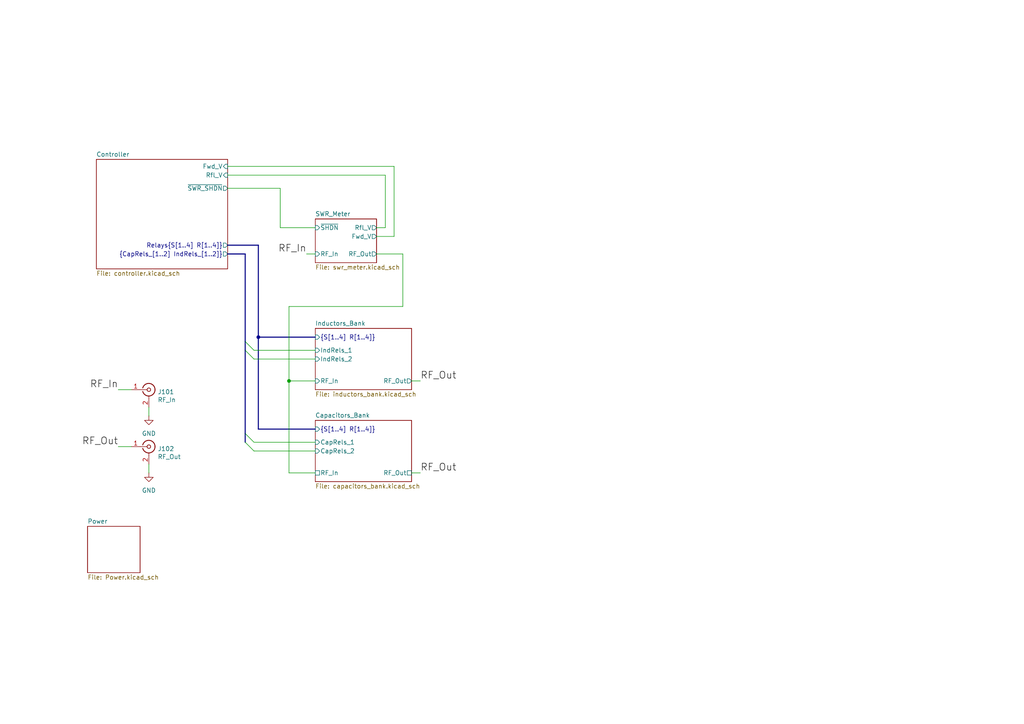
<source format=kicad_sch>
(kicad_sch (version 20231120) (generator "eeschema") (generator_version "8.0")
  (paper "A4")
  (title_block (title "ZFTuner") (date "2024-03-09") (rev "A0") (company "TiZed") (comment 1 "Automatic Antenna Tuner"))
  (lib_symbols
    (symbol "Connector:Conn_Coaxial" (pin_names (offset 1.016) hide)
      (property "Reference" "J" (at 0.254 3.048 0))
      (property "Value" "Conn_Coaxial" (at 2.921 0 90))
      (symbol "Conn_Coaxial_0_1"
        (arc (start -1.778 -0.508) (mid 0.2311 -1.8066) (end 1.778 0) (stroke (width 0.254)))
        (polyline (pts (xy -2.54 0) (xy -0.508 0)))
        (polyline (pts (xy 0 -2.54) (xy 0 -1.778)))
        (circle (center 0 0) (radius 0.508) (stroke (width 0.2032)))
        (arc (start 1.778 0) (mid 0.2099 1.8101) (end -1.778 0.508) (stroke (width 0.254)))
      )
      (symbol "Conn_Coaxial_1_1"
        (pin passive line (at -5.08 0 0) (length 2.54) (name "In") (number "1"))
        (pin passive line (at 0 -5.08 90) (length 2.54) (name "Ext") (number "2"))
      )
    )
    (symbol "power:GND" (power) (pin_numbers hide) (pin_names (offset 0) hide)
      (property "Value" "GND" (at 0 -3.81 0))
      (symbol "GND_0_1"
        (polyline (pts (xy 0 0) (xy 0 -1.27) (xy 1.27 -1.27) (xy 0 -2.54) (xy -1.27 -1.27) (xy 0 -1.27)))
      )
      (symbol "GND_1_1"
        (pin power_in line (at 0 0 270) (length 0) (name "~") (number "1"))
      )
    )
  )
  (junction (at 83.82 110.49))
  (junction (at 74.93 97.79))
  (bus_entry (at 71.12 101.6) (size 2.54 2.54))
  (bus_entry (at 71.12 99.06) (size 2.54 2.54))
  (bus_entry (at 71.12 125.73) (size 2.54 2.54))
  (bus_entry (at 71.12 128.27) (size 2.54 2.54))
  (wire (pts (xy 119.38 110.49) (xy 121.92 110.49)))
  (wire (pts (xy 66.04 48.26) (xy 114.3 48.26)))
  (wire (pts (xy 109.22 73.66) (xy 116.84 73.66)))
  (wire (pts (xy 114.3 68.58) (xy 109.22 68.58)))
  (wire (pts (xy 116.84 88.9) (xy 83.82 88.9)))
  (wire (pts (xy 34.29 129.54) (xy 38.1 129.54)))
  (wire (pts (xy 81.28 54.61) (xy 81.28 66.04)))
  (wire (pts (xy 81.28 66.04) (xy 91.44 66.04)))
  (wire (pts (xy 116.84 73.66) (xy 116.84 88.9)))
  (wire (pts (xy 83.82 110.49) (xy 91.44 110.49)))
  (bus (pts (xy 74.93 71.12) (xy 74.93 97.79)))
  (wire (pts (xy 83.82 110.49) (xy 83.82 137.16)))
  (bus (pts (xy 71.12 101.6) (xy 71.12 125.73)))
  (bus (pts (xy 91.44 124.46) (xy 74.93 124.46)))
  (bus (pts (xy 71.12 125.73) (xy 71.12 128.27)))
  (bus (pts (xy 74.93 97.79) (xy 74.93 124.46)))
  (bus (pts (xy 91.44 97.79) (xy 74.93 97.79)))
  (wire (pts (xy 83.82 137.16) (xy 91.44 137.16)))
  (bus (pts (xy 66.04 73.66) (xy 71.12 73.66)))
  (wire (pts (xy 73.66 101.6) (xy 91.44 101.6)))
  (wire (pts (xy 43.18 118.11) (xy 43.18 120.65)))
  (wire (pts (xy 43.18 137.16) (xy 43.18 134.62)))
  (wire (pts (xy 83.82 88.9) (xy 83.82 110.49)))
  (wire (pts (xy 73.66 104.14) (xy 91.44 104.14)))
  (bus (pts (xy 71.12 73.66) (xy 71.12 99.06)))
  (bus (pts (xy 71.12 99.06) (xy 71.12 101.6)))
  (wire (pts (xy 88.9 73.66) (xy 91.44 73.66)))
  (wire (pts (xy 73.66 130.81) (xy 91.44 130.81)))
  (wire (pts (xy 119.38 137.16) (xy 121.92 137.16)))
  (wire (pts (xy 111.76 66.04) (xy 111.76 50.8)))
  (wire (pts (xy 114.3 48.26) (xy 114.3 68.58)))
  (wire (pts (xy 111.76 50.8) (xy 66.04 50.8)))
  (bus (pts (xy 66.04 71.12) (xy 74.93 71.12)))
  (wire (pts (xy 34.29 113.03) (xy 38.1 113.03)))
  (wire (pts (xy 66.04 54.61) (xy 81.28 54.61)))
  (wire (pts (xy 73.66 128.27) (xy 91.44 128.27)))
  (wire (pts (xy 109.22 66.04) (xy 111.76 66.04)))
  (label "RF_Out" (at 121.92 110.49 0) (effects (font (size 2.0066 2.0066))))
  (label "RF_In" (at 34.29 113.03 180) (effects (font (size 2.0066 2.0066))))
  (label "RF_Out" (at 121.92 137.16 0) (effects (font (size 2.0066 2.0066))))
  (label "RF_Out" (at 34.29 129.54 180) (effects (font (size 2.0066 2.0066))))
  (label "RF_In" (at 88.9 73.66 180) (effects (font (size 2.0066 2.0066))))
  (symbol (lib_id "Connector:Conn_Coaxial") (at 43.18 113.03 0) (unit 1)
    (property "Reference" "J101" (at 45.72 113.665 0) (effects (justify left)))
    (property "Value" "RF_In" (at 45.72 115.9764 0) (effects (justify left)))
    (property "Footprint" "Connector_Coaxial:SMA_Amphenol_132289_EdgeMount" (effects (hide yes)))
    (property "Datasheet" " ~" (effects (hide yes)))
  )
  (symbol (lib_id "power:GND") (at 43.18 137.16 0) (unit 1)
    (property "Reference" "#PWR0102" (effects (hide yes)))
    (property "Value" "GND" (at 43.18 142.24 0))
    (property "Description" "Power symbol creates a global label with name \"GND\" , ground" (effects (hide yes)))
  )
  (symbol (lib_id "power:GND") (at 43.18 120.65 0) (unit 1)
    (property "Reference" "#PWR0101" (effects (hide yes)))
    (property "Value" "GND" (at 43.18 125.73 0))
    (property "Description" "Power symbol creates a global label with name \"GND\" , ground" (effects (hide yes)))
  )
  (symbol (lib_id "Connector:Conn_Coaxial") (at 43.18 129.54 0) (unit 1)
    (property "Reference" "J102" (at 45.72 130.175 0) (effects (justify left)))
    (property "Value" "RF_Out" (at 45.72 132.4864 0) (effects (justify left)))
    (property "Footprint" "Connector_Coaxial:SMA_Amphenol_132289_EdgeMount" (effects (hide yes)))
    (property "Datasheet" " ~" (effects (hide yes)))
  )
  (sheet (at 91.44 63.5) (size 17.78 12.7) (stroke (width 0.1524))
    (property "Sheetname" "SWR_Meter" (at 91.44 62.7884 0) (effects (justify left bottom)))
    (property "Sheetfile" "swr_meter.kicad_sch" (at 91.44 76.7846 0) (effects (justify left top)))
    (pin "RF_In" input (at 91.44 73.66 180))
    (pin "~{SHDN}" input (at 91.44 66.04 180))
    (pin "Fwd_V" output (at 109.22 68.58 0))
    (pin "Rfl_V" output (at 109.22 66.04 0))
    (pin "RF_Out" output (at 109.22 73.66 0))
  )
  (sheet (at 25.4 152.654) (size 15.24 13.462) (stroke (width 0.1524))
    (property "Sheetname" "Power" (at 25.4 151.9424 0) (effects (justify left bottom)))
    (property "Sheetfile" "Power.kicad_sch" (at 25.4 166.7006 0) (effects (justify left top)))
  )
  (sheet (at 91.44 95.25) (size 27.94 17.78) (stroke (width 0.1524))
    (property "Sheetname" "Inductors_Bank" (at 91.44 94.5384 0) (effects (justify left bottom)))
    (property "Sheetfile" "inductors_bank.kicad_sch" (at 91.44 113.6146 0) (effects (justify left top)))
    (pin "RF_Out" output (at 119.38 110.49 0))
    (pin "RF_In" input (at 91.44 110.49 180))
    (pin "{S[1..4] R[1..4]}" input (at 91.44 97.79 180))
    (pin "IndRels_2" input (at 91.44 104.14 180))
    (pin "IndRels_1" input (at 91.44 101.6 180))
  )
  (sheet (at 27.94 46.228) (size 38.1 31.75) (stroke (width 0.1524))
    (property "Sheetname" "Controller" (at 27.94 45.5164 0) (effects (justify left bottom)))
    (property "Sheetfile" "controller.kicad_sch" (at 27.94 78.5626 0) (effects (justify left top)))
    (pin "Fwd_V" input (at 66.04 48.26 0))
    (pin "Rfl_V" input (at 66.04 50.8 0))
    (pin "~{SWR_SHDN}" output (at 66.04 54.61 0))
    (pin "Relays{S[1..4] R[1..4]}" output (at 66.04 71.12 0))
    (pin "{CapRels_[1..2] IndRels_[1..2]}" output (at 66.04 73.66 0))
  )
  (sheet (at 91.44 121.92) (size 27.94 17.78) (stroke (width 0.1524))
    (property "Sheetname" "Capacitors_Bank" (at 91.44 121.2084 0) (effects (justify left bottom)))
    (property "Sheetfile" "capacitors_bank.kicad_sch" (at 91.44 140.2846 0) (effects (justify left top)))
    (pin "RF_In" passive (at 91.44 137.16 180))
    (pin "RF_Out" passive (at 119.38 137.16 0))
    (pin "{S[1..4] R[1..4]}" input (at 91.44 124.46 180))
    (pin "CapRels_2" input (at 91.44 130.81 180))
    (pin "CapRels_1" input (at 91.44 128.27 180))
  )
)
</source>
